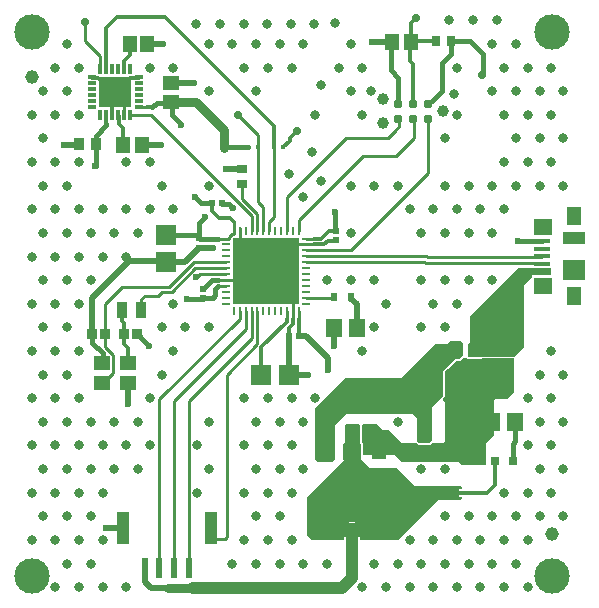
<source format=gbr>
%TF.GenerationSoftware,Altium Limited,Altium Designer,23.5.1 (21)*%
G04 Layer_Physical_Order=1*
G04 Layer_Color=255*
%FSLAX45Y45*%
%MOMM*%
%TF.SameCoordinates,5289BC4C-B9E5-40BB-BF73-25A575C0F3CC*%
%TF.FilePolarity,Positive*%
%TF.FileFunction,Copper,L1,Top,Signal*%
%TF.Part,Single*%
G01*
G75*
%TA.AperFunction,SMDPad,CuDef*%
%ADD10R,1.25000X1.25000*%
%ADD11R,3.18213X1.25000*%
%ADD12R,1.00000X2.80000*%
%ADD13R,0.60000X1.70000*%
%ADD14R,2.60000X0.75000*%
%ADD15R,0.86213X0.66370*%
%TA.AperFunction,ConnectorPad*%
%ADD16R,1.38000X0.45000*%
%ADD17R,1.55000X1.42500*%
%ADD18R,1.90000X1.00000*%
%ADD19R,1.90000X1.80000*%
%ADD20R,1.30000X1.65000*%
%TA.AperFunction,BGAPad,CuDef*%
%ADD21C,0.78700*%
%TA.AperFunction,SMDPad,CuDef*%
%ADD22R,0.75000X2.60000*%
%ADD23R,0.45000X0.45000*%
%ADD24R,0.52000X0.52000*%
%ADD25R,1.40000X1.20000*%
%ADD26R,0.93108X0.81213*%
%ADD27R,0.90000X1.35000*%
%ADD28R,2.70000X2.60000*%
%ADD29R,0.80000X0.35000*%
%ADD30R,0.35000X0.85000*%
%ADD31R,1.45620X1.30464*%
%ADD32R,5.60000X5.60000*%
%ADD33O,0.25000X0.80000*%
%ADD34O,0.80000X0.25000*%
%ADD35R,0.52000X0.52000*%
%ADD36R,1.75395X1.80620*%
%ADD37R,0.84000X0.93000*%
%ADD38R,1.80620X1.75395*%
%ADD39R,0.80000X0.80000*%
%ADD40R,1.35000X1.55000*%
%ADD41R,0.66370X0.86213*%
%ADD42R,0.60000X0.80000*%
%ADD43R,1.30464X1.45620*%
%ADD44R,0.95000X1.05000*%
%ADD45R,1.15000X1.35000*%
%TA.AperFunction,Conductor*%
%ADD46C,0.40000*%
%ADD47C,0.25000*%
%ADD48C,0.50000*%
%ADD49C,0.75000*%
%ADD50C,0.30000*%
%ADD51C,1.00000*%
%ADD52C,0.26017*%
%TA.AperFunction,ViaPad*%
%ADD53C,1.15200*%
%ADD54C,3.00000*%
%TA.AperFunction,ComponentPad*%
%ADD55C,0.99100*%
%TA.AperFunction,ViaPad*%
%ADD56C,0.80000*%
%ADD57C,0.60000*%
%ADD58C,0.70000*%
%ADD59C,0.50000*%
G36*
X12636000Y7807959D02*
Y7802500D01*
X12797056D01*
Y7744980D01*
X12794577Y7742500D01*
X12636000D01*
Y7731229D01*
X12565380Y7660609D01*
Y7134860D01*
X12486640Y7056120D01*
X12201362D01*
X12193718Y7048475D01*
X12102888D01*
X12094048Y7057314D01*
Y7057394D01*
X12091667Y7059776D01*
Y7060370D01*
X12091336Y7074544D01*
Y7161162D01*
X12090443Y7162055D01*
Y7166520D01*
X12105623Y7181700D01*
Y7399002D01*
X12514585Y7807965D01*
X12636000Y7807959D01*
D02*
G37*
G36*
X12048245Y7169226D02*
Y7065396D01*
X12015798Y7032949D01*
X11980106D01*
X11907100Y6959943D01*
X11905478D01*
X11882120Y6936585D01*
Y6725920D01*
X11788140Y6631940D01*
Y6347460D01*
X11762740Y6322060D01*
X11678920D01*
X11658600Y6342380D01*
Y6537960D01*
X11623040Y6573520D01*
X11059160D01*
Y6570980D01*
X10967367Y6479187D01*
Y6188298D01*
X10944642Y6165572D01*
X10819654D01*
X10800080Y6185146D01*
Y6616700D01*
X11056620Y6873240D01*
X11521440D01*
X11812560Y7164360D01*
X11916835D01*
X11936302Y7183827D01*
X12033644D01*
X12048245Y7169226D01*
D02*
G37*
G36*
X12082512Y7045970D02*
X12082568Y7045834D01*
X12091407Y7036995D01*
X12102888Y7032239D01*
X12193718D01*
X12205198Y7036995D01*
X12208088Y7039884D01*
X12478982D01*
Y6862353D01*
X12478073Y6860199D01*
Y6750376D01*
X12422084Y6694388D01*
X12320325D01*
X12315784Y6689847D01*
Y6391833D01*
X12240697Y6316746D01*
Y6142179D01*
X12043912D01*
X12018952Y6167139D01*
X11528177D01*
X11476142Y6219173D01*
X11205715D01*
Y6313948D01*
X11200960Y6325428D01*
X11195504Y6330884D01*
Y6471720D01*
X11194416Y6474346D01*
X11202961Y6482891D01*
X11320039D01*
X11321221Y6484074D01*
X11373256Y6432039D01*
X11419376D01*
X11526992Y6324424D01*
X11647341Y6323157D01*
X11648438Y6322060D01*
X11655959D01*
X11667439Y6310579D01*
X11678920Y6305824D01*
X11762740D01*
X11774221Y6310579D01*
X11785701Y6322060D01*
X11877042D01*
X11899510Y6344529D01*
Y6674989D01*
X11883155Y6691281D01*
X11883142Y6703981D01*
X11893601Y6714439D01*
X11898356Y6725920D01*
Y6929859D01*
X11915812Y6947315D01*
X11918581Y6948462D01*
X11986831Y7016713D01*
X12015798D01*
X12027279Y7021468D01*
X12052800Y7046990D01*
X12081492D01*
X12082512Y7045970D01*
D02*
G37*
G36*
X11179268Y6471720D02*
Y6324159D01*
X11189479Y6313948D01*
Y6183353D01*
X11264270Y6108563D01*
X11487273D01*
X11634456Y5961380D01*
X12029440D01*
X12042140Y5948680D01*
Y5932178D01*
X12009927D01*
X11998221Y5929850D01*
X11988298Y5923219D01*
X11981667Y5913296D01*
X11979339Y5901590D01*
X11981667Y5889885D01*
X11988298Y5879962D01*
X11998221Y5873331D01*
X12009927Y5871003D01*
X12042140D01*
Y5857240D01*
X12026900Y5842000D01*
Y5839460D01*
X11839460D01*
X11500511Y5500511D01*
X11175561D01*
Y5590500D01*
X11173327Y5607469D01*
X11166777Y5623281D01*
X11156358Y5636858D01*
X11142780Y5647277D01*
X11126968Y5653827D01*
X11110000Y5656061D01*
X11093031Y5653827D01*
X11077219Y5647277D01*
X11063642Y5636858D01*
X11053223Y5623281D01*
X11046673Y5607469D01*
X11044439Y5590500D01*
Y5500511D01*
X10869240D01*
X10868163Y5501587D01*
X10773025Y5500341D01*
X10726079Y5547287D01*
Y5641422D01*
Y5858441D01*
X11043920Y6176283D01*
X11035775Y6184428D01*
X11036312Y6184966D01*
Y6311798D01*
X11048673Y6324159D01*
X11047804Y6325028D01*
Y6470358D01*
X11062387Y6484941D01*
X11166047D01*
X11179268Y6471720D01*
D02*
G37*
D10*
X11339000Y6249500D02*
D03*
X11110000D02*
D03*
X10881000D02*
D03*
D11*
X11110000Y5590500D02*
D03*
D12*
X9168118Y5604252D02*
D03*
X9913118D02*
D03*
D13*
X9728118Y5269252D02*
D03*
X9603118D02*
D03*
X9478118D02*
D03*
X9353118D02*
D03*
D14*
X11890000Y5897500D02*
D03*
Y6202500D02*
D03*
D15*
X10180000Y8520000D02*
D03*
Y8645877D02*
D03*
D16*
X12720000Y8035000D02*
D03*
Y7970000D02*
D03*
Y7905000D02*
D03*
Y7840000D02*
D03*
Y7775000D02*
D03*
D17*
X12728500Y8153750D02*
D03*
Y7656250D02*
D03*
D18*
X12986000Y8060000D02*
D03*
D19*
Y7790000D02*
D03*
D20*
Y8242500D02*
D03*
Y7567500D02*
D03*
D21*
X11757000Y9197000D02*
D03*
Y9070000D02*
D03*
X11630000Y9197000D02*
D03*
Y9070000D02*
D03*
X11503000Y9197000D02*
D03*
Y9070000D02*
D03*
D22*
X11725969Y6479999D02*
D03*
X12030969D02*
D03*
D23*
X10231355Y8829606D02*
D03*
X10311356D02*
D03*
X10527125Y8831057D02*
D03*
X10447125D02*
D03*
D24*
X9850000Y7630000D02*
D03*
Y7550000D02*
D03*
X9818019Y7975680D02*
D03*
Y8055680D02*
D03*
X10660000Y7230000D02*
D03*
X10970000Y8120000D02*
D03*
Y8040000D02*
D03*
D25*
X8990000Y7000000D02*
D03*
Y6830000D02*
D03*
X9210000D02*
D03*
Y7000000D02*
D03*
D26*
X9180000Y7250000D02*
D03*
X9288105D02*
D03*
X9020000D02*
D03*
X8911895D02*
D03*
D27*
X9165000Y7450000D02*
D03*
X9320000D02*
D03*
D28*
X9105000Y9295000D02*
D03*
D29*
X9305000Y9170000D02*
D03*
Y9220000D02*
D03*
Y9270000D02*
D03*
Y9320000D02*
D03*
Y9370000D02*
D03*
Y9420000D02*
D03*
X8905000Y9170000D02*
D03*
Y9220000D02*
D03*
Y9270000D02*
D03*
Y9320000D02*
D03*
Y9370000D02*
D03*
Y9420000D02*
D03*
D30*
X9230000Y9492500D02*
D03*
X9180000D02*
D03*
X9130000D02*
D03*
X9080000D02*
D03*
X9030000D02*
D03*
X8980000D02*
D03*
X9230000Y9097500D02*
D03*
X9180000D02*
D03*
X9130000D02*
D03*
X9080000D02*
D03*
X9030000D02*
D03*
X8980000D02*
D03*
D31*
X9580000Y9370000D02*
D03*
Y9208844D02*
D03*
D32*
X10383642Y7780005D02*
D03*
D33*
X10108642Y8120005D02*
D03*
X10158642D02*
D03*
X10208642D02*
D03*
X10258642D02*
D03*
X10308642D02*
D03*
X10358642D02*
D03*
X10408642D02*
D03*
X10458642D02*
D03*
X10508642D02*
D03*
X10558642D02*
D03*
X10608642D02*
D03*
X10658642D02*
D03*
Y7440005D02*
D03*
X10608642D02*
D03*
X10558642D02*
D03*
X10508642D02*
D03*
X10458642D02*
D03*
X10408642D02*
D03*
X10358642D02*
D03*
X10308642D02*
D03*
X10258642D02*
D03*
X10208642D02*
D03*
X10158642D02*
D03*
X10108642D02*
D03*
D34*
X10723642Y8055005D02*
D03*
Y8005005D02*
D03*
Y7955005D02*
D03*
Y7905005D02*
D03*
Y7855005D02*
D03*
Y7805005D02*
D03*
Y7755005D02*
D03*
Y7705005D02*
D03*
Y7655005D02*
D03*
Y7605005D02*
D03*
Y7555005D02*
D03*
Y7505005D02*
D03*
X10043642D02*
D03*
Y7555005D02*
D03*
Y7605005D02*
D03*
Y7655005D02*
D03*
Y7705005D02*
D03*
Y7755005D02*
D03*
Y7805005D02*
D03*
Y7855005D02*
D03*
Y7905005D02*
D03*
Y7955005D02*
D03*
Y8005005D02*
D03*
Y8055005D02*
D03*
D35*
X10004935Y8353065D02*
D03*
X9924935D02*
D03*
X10580000Y7230000D02*
D03*
D36*
X12008469Y6840000D02*
D03*
X11773244D02*
D03*
X10342387Y6900000D02*
D03*
X10577612D02*
D03*
D37*
X12143877Y7108433D02*
D03*
X11984877D02*
D03*
D38*
X12390000Y6922387D02*
D03*
Y7157612D02*
D03*
X9536632Y8088571D02*
D03*
Y7853346D02*
D03*
D39*
X12318469Y6170000D02*
D03*
X12468469D02*
D03*
D40*
X12488469Y6500000D02*
D03*
X12293469D02*
D03*
X11150000Y7300000D02*
D03*
X10955000D02*
D03*
D41*
X11823700Y9728200D02*
D03*
X11949577D02*
D03*
D42*
X10955907Y7557661D02*
D03*
X11100907D02*
D03*
D43*
X11610734Y9718200D02*
D03*
X11449577D02*
D03*
X9170000Y8850000D02*
D03*
X9331156D02*
D03*
D44*
X8940800Y8851900D02*
D03*
X8795800D02*
D03*
D45*
X9375000Y9700000D02*
D03*
X9230000D02*
D03*
D46*
X9776397Y8405532D02*
X9781809D01*
X9834276Y8353065D01*
X9922265D01*
X9455972Y9206279D02*
X9581724D01*
X9590143D01*
X9581724D02*
Y9207119D01*
Y9103743D02*
Y9206279D01*
X8939017Y8672934D02*
Y8850117D01*
X8940800Y8851900D01*
X8937234Y8671151D02*
X8939017Y8672934D01*
X8939347Y8853353D02*
X8940800Y8851900D01*
X9581724Y9103743D02*
X9660111Y9025356D01*
X9580000Y9208844D02*
X9587578D01*
X9660111Y9019944D02*
Y9025356D01*
X10969004Y8120996D02*
Y8276169D01*
X9846939Y7546938D02*
X9850000Y7550000D01*
X9720273Y7546938D02*
X9846939D01*
X9715320Y7541985D02*
X9720273Y7546938D01*
X9709908Y7541985D02*
X9715320D01*
X9818019Y8055680D02*
Y8183696D01*
X9868353Y8234029D01*
Y8239441D01*
X9314659Y7223446D02*
X9385674Y7152431D01*
X9294052Y7250000D02*
X9314659Y7229393D01*
Y7223446D02*
Y7229393D01*
X9288105Y7250000D02*
X9294052D01*
X10904325Y6942958D02*
X10908152Y6939132D01*
X10036106Y8829606D02*
X10146394D01*
X12718978Y8036022D02*
X12720000Y8035000D01*
X12513930Y8036022D02*
X12718978D01*
X12512908Y8037044D02*
X12513930Y8036022D01*
X11440000Y9715500D02*
Y9760000D01*
Y9480000D02*
Y9715500D01*
X11446877D01*
X11449577Y9718200D01*
X10004935Y8353065D02*
X10010935Y8347065D01*
X10065786D01*
X10096230Y8316621D02*
X10101642D01*
X10065786Y8347065D02*
X10096230Y8316621D01*
X8939347Y8926630D02*
X9030535Y9017818D01*
X8939347Y8853353D02*
Y8926630D01*
X9030535Y9017818D02*
Y9028443D01*
X9416791Y9167098D02*
X9455972Y9206279D01*
X11949577Y9619577D02*
Y9728200D01*
X11875141Y9545141D02*
X11949577Y9619577D01*
X11949872Y9727905D02*
X12109712D01*
X12217540Y9620077D01*
X12214319Y9442271D02*
X12217540Y9445491D01*
Y9620077D01*
X10146394Y8829862D02*
X10231099D01*
X11501834Y9232079D02*
Y9418166D01*
X11440000Y9480000D02*
X11501834Y9418166D01*
X8911895Y7170594D02*
X8998602Y7083888D01*
X8911895Y7170594D02*
Y7250000D01*
X8998602Y7008602D02*
Y7083888D01*
X11875141Y9307414D02*
Y9545141D01*
X11785730Y9218004D02*
X11875141Y9307414D01*
X9953718Y7573431D02*
Y7630484D01*
X9974701Y7651467D01*
X9850000Y7630000D02*
X9926467Y7706467D01*
X9975569D01*
X9930287Y7550000D02*
X9953718Y7573431D01*
X9850000Y7550000D02*
X9930287D01*
X12470000Y6171531D02*
Y6320000D01*
X12488469Y6338469D01*
Y6500000D01*
X9818294Y8055405D02*
X9972623D01*
X9785128Y8088571D02*
X9818019Y8055680D01*
X9536632Y8088571D02*
X9785128D01*
D47*
X10097252Y8092505D02*
X10108642D01*
X10071142Y8055005D02*
Y8066396D01*
X9790000Y7730000D02*
X9799471D01*
X9824476Y7755005D02*
X10043642D01*
X9799471Y7730000D02*
X9824476Y7755005D01*
X9477500Y6694150D02*
X10158642Y7375292D01*
X9477500Y5265394D02*
Y6694150D01*
X9599299Y5269252D02*
Y6678368D01*
X10208642Y7287711D01*
X9727500Y6679930D02*
X10258642Y7211073D01*
X9727500Y5269252D02*
Y6679930D01*
X10034990Y5512500D02*
X10049635Y5527145D01*
Y6903497D02*
X10308642Y7162504D01*
X10158642Y7375292D02*
Y7440005D01*
X10049635Y5527145D02*
Y6903497D01*
X10208642Y7287711D02*
Y7440005D01*
X9163552Y7646541D02*
X9563127D01*
X9581985Y7606541D02*
X9780176Y7804732D01*
X9563127Y7646541D02*
X9771591Y7855005D01*
X9498263Y7606541D02*
X9581985D01*
X10108519Y8147629D02*
Y8195152D01*
X10108642Y8120129D02*
Y8147505D01*
X10108519Y8147629D02*
X10108642Y8147505D01*
Y8092505D02*
Y8120005D01*
X10016142Y8055005D02*
X10043242D01*
X10043642D02*
X10071142D01*
Y8066396D02*
X10097252Y8092505D01*
X10608642Y8005005D02*
X10723642D01*
X10603642Y8000005D02*
X10608642Y8005005D01*
X10723642Y7955005D02*
X11028741D01*
X11028933Y7954814D02*
X11100026D01*
X11756984Y8611772D01*
Y9038195D01*
X11028741Y7955005D02*
X11028933Y7954814D01*
X10142008Y9098908D02*
X10311356Y8929560D01*
X10308642Y7162504D02*
Y7440005D01*
X9912500Y5512500D02*
X10034990D01*
X9405474Y9097500D02*
X10258642Y8244331D01*
Y8120005D02*
Y8244331D01*
X9230000Y9097500D02*
X9405474D01*
X10180000Y8387732D02*
X10308642Y8259089D01*
Y8120005D02*
Y8259089D01*
X10180000Y8387732D02*
Y8520000D01*
X9306483Y9168517D02*
X9373629D01*
X10158642Y8005005D02*
Y8120005D01*
Y8005005D02*
X10163642Y8000005D01*
X10158296Y8147852D02*
X10158642Y8147505D01*
Y8120352D02*
Y8147505D01*
X10043642Y7705005D02*
X10128642D01*
X10163642Y7670005D01*
X10608642Y7440005D02*
Y7555005D01*
X10603642Y7560005D02*
X10608642Y7555005D01*
X10723642D02*
X10953251D01*
X10955907Y7557661D01*
X9160000Y9240000D02*
X9180000Y9220000D01*
Y9097500D02*
Y9220000D01*
X11198764Y8753862D02*
X11477869D01*
X11060000Y8910000D02*
X11410000D01*
X10558642Y8408642D02*
X11060000Y8910000D01*
X10658642Y8213740D02*
X11198764Y8753862D01*
X11477869D02*
X11630637Y8906630D01*
X11410000Y8910000D02*
X11470000Y8970000D01*
X10558642Y8120005D02*
Y8408642D01*
X10311356Y8829606D02*
Y8929560D01*
X9020000Y7502989D02*
X9163552Y7646541D01*
X8990000Y7000000D02*
X8998602Y7008602D01*
X9020000Y7138891D02*
Y7250000D01*
Y7138891D02*
X9087500Y7071391D01*
Y6917500D02*
Y7071391D01*
X9000000Y6830000D02*
X9087500Y6917500D01*
X8990000Y6830000D02*
X9000000D01*
X9020000Y7250000D02*
Y7502989D01*
X11630637Y8906630D02*
Y9030922D01*
X8850000Y9730000D02*
Y9890000D01*
X8980000Y9492500D02*
Y9600000D01*
X8850000Y9730000D02*
X8980000Y9600000D01*
X10446559Y8237327D02*
Y8830491D01*
X10311356Y8365192D02*
Y8829606D01*
Y8365192D02*
X10357758Y8318790D01*
Y8148389D02*
Y8318790D01*
X10408642Y8199411D02*
X10446559Y8237327D01*
X10408642Y8120005D02*
Y8199411D01*
X10357758Y8148389D02*
X10358642Y8147505D01*
Y8120005D02*
Y8147505D01*
X11505359Y9005359D02*
Y9041090D01*
X11470000Y8970000D02*
X11505359Y9005359D01*
X11470000Y8970000D02*
Y8970000D01*
X10658642Y8120005D02*
Y8213740D01*
X10258642Y7211073D02*
Y7440005D01*
X9977030Y7705005D02*
X10043342D01*
X9975569Y7706467D02*
X9977030Y7705005D01*
X9978240Y7655005D02*
X10043141D01*
X9974701Y7651467D02*
X9978240Y7655005D01*
X9780176Y7804732D02*
X9896454D01*
X9896727Y7805005D01*
X9464327Y7572605D02*
X9498263Y7606541D01*
X9324870Y7540355D02*
X9357120Y7572605D01*
X9320000Y7450000D02*
X9324870Y7454870D01*
Y7540355D01*
X9357120Y7572605D02*
X9464327D01*
X9771591Y7855005D02*
X10043642D01*
X9896727Y7805005D02*
X10043642D01*
X10723682Y8005005D02*
X10751142D01*
X10751182Y8005045D01*
X10787676D01*
X10723642Y8055005D02*
X10786209D01*
X10558273Y7412136D02*
X10558642Y7412505D01*
Y7439636D01*
X10558273Y7373596D02*
Y7412136D01*
X10608642Y7412505D02*
Y7439782D01*
X10658642Y7412505D02*
X10658778Y7412370D01*
X10608642Y7412505D02*
X10608866Y7412282D01*
Y7378062D02*
Y7412282D01*
X10658778Y7379197D02*
Y7412370D01*
X10658642Y7412505D02*
Y7439870D01*
X10015742Y8055405D02*
X10016142Y8055005D01*
X9972623Y8055405D02*
X10015742D01*
D48*
X9331977Y8849179D02*
X9494795D01*
X9495615Y8848359D01*
X9331156Y8850000D02*
X9331977Y8849179D01*
X9818118Y7975778D02*
X9819019Y7976680D01*
X9933596D02*
X9935167Y7978251D01*
X9818118Y7975581D02*
Y7975778D01*
X9819019Y7976680D02*
X9933596D01*
X9212250Y6660230D02*
X9214163Y6658316D01*
X9212250Y6660230D02*
Y6826318D01*
X9212966Y6827034D01*
X9221843Y7862364D02*
X9527614D01*
X8911895Y7552416D02*
X9221843Y7862364D01*
X8794291Y8850390D02*
X8795800Y8851900D01*
X8668811Y8848881D02*
X8670320Y8850390D01*
X8794291D01*
X9035958Y5604252D02*
X9168118D01*
X9032406Y5600700D02*
X9035958Y5604252D01*
X9029700Y5600700D02*
X9032406D01*
X9354263Y5149332D02*
X9407870Y5095725D01*
X9551735D01*
X9353118Y5269252D02*
X9354263Y5268107D01*
Y5149332D02*
Y5268107D01*
X10660000Y7230000D02*
X10718390D01*
X10904325Y7044065D01*
Y6945665D02*
Y7044065D01*
X11277600Y9715500D02*
X11440000D01*
X9580000Y9370000D02*
X9580519Y9369481D01*
X9767009D01*
X9767528Y9368961D01*
X9375000Y9700000D02*
X9376400Y9701400D01*
X9510900D01*
X9512300Y9702800D01*
X10955000Y7300000D02*
X10955113Y7299887D01*
Y7146001D02*
Y7299887D01*
Y7146001D02*
X10955226Y7145888D01*
X10576827Y6898639D02*
X10577904Y6899716D01*
X10740699D01*
X10178750Y8644628D02*
X10180000Y8645877D01*
X10042779Y8644628D02*
X10178750D01*
X10041529Y8643378D02*
X10042779Y8644628D01*
X10576540Y6898927D02*
X10576827Y6898639D01*
X10580000Y6902388D02*
Y7230000D01*
X9527614Y7862364D02*
X9536632Y7853346D01*
X8911895Y7250000D02*
Y7552416D01*
X9536632Y7853346D02*
X9695686D01*
X9818019Y7975680D01*
X11150000Y7300000D02*
Y7498568D01*
X11100907Y7547661D02*
X11150000Y7498568D01*
X11100907Y7547661D02*
Y7557661D01*
X12468469Y6170000D02*
X12470000Y6171531D01*
D49*
X9583960Y9212804D02*
X9789130D01*
X9553335Y5097325D02*
X9759556D01*
X9789130Y9212804D02*
X10028958Y8972975D01*
Y8825462D02*
Y8972975D01*
D50*
X10969004Y8120996D02*
X10970000Y8120000D01*
X10968009Y8277165D02*
X10969004Y8276169D01*
X9984122Y8229231D02*
X10074440D01*
X10108519Y8195152D01*
X10342387Y7136145D02*
X10558273Y7352031D01*
X10342387Y6900000D02*
Y7136145D01*
X9030535Y9028443D02*
Y9096965D01*
X9375049Y9167098D02*
X9416791D01*
X9924935Y8288418D02*
X9984122Y8229231D01*
X9924935Y8288418D02*
Y8353065D01*
X9050000Y9240000D02*
X9080000Y9210000D01*
X9302500Y9417500D02*
X9305000Y9420000D01*
X9232500Y9417500D02*
X9302500D01*
X9165000Y9350000D02*
X9232500Y9417500D01*
X9160000Y9350000D02*
X9165000D01*
X8905000Y9420000D02*
X8907500Y9417500D01*
X8957426D01*
X8964926Y9410000D01*
X8990000D01*
X9050000Y9350000D01*
X9080000Y9097500D02*
Y9210000D01*
X11600000Y9560000D02*
Y9758844D01*
X11608635Y9883889D02*
X11647411Y9922665D01*
X11608635Y9720299D02*
Y9883889D01*
Y9720299D02*
X11610734Y9718200D01*
X11620734Y9728200D02*
X11823700D01*
X11612649Y9720115D02*
X11620734Y9728200D01*
X11609577Y9717044D02*
X11610734Y9718200D01*
X10527125Y8831057D02*
X10580810Y8884742D01*
Y8904410D01*
X10640060Y8963660D01*
X12254130Y5901590D02*
X12318469Y5965929D01*
X12009927Y5901590D02*
X12254130D01*
X12318469Y5965929D02*
Y6170000D01*
X11630000Y9228478D02*
Y9530000D01*
X9522661Y9930000D02*
X10447125Y9005536D01*
Y8831057D02*
Y9005536D01*
X9121224Y9930000D02*
X9522661D01*
X9182552Y7162117D02*
Y7250000D01*
Y7162117D02*
X9216388Y7128281D01*
Y7006388D02*
Y7128281D01*
X9210000Y7000000D02*
X9216388Y7006388D01*
X9180000Y7250000D02*
Y7337488D01*
X9162414Y7355074D02*
X9180000Y7337488D01*
X9162414Y7355074D02*
Y7447414D01*
X9165000Y7450000D01*
X11600000Y9560000D02*
X11630000Y9530000D01*
X9576949Y9366949D02*
X9580000Y9370000D01*
X9132500Y9028934D02*
X9170000Y8991434D01*
X9132500Y9028934D02*
Y9095000D01*
X9170000Y8850000D02*
Y8991434D01*
X9130000Y9097500D02*
X9132500Y9095000D01*
X9180000Y9097500D02*
X9182500Y9095000D01*
X9030000Y9838776D02*
X9121224Y9930000D01*
X9030000Y9492500D02*
Y9838776D01*
X9179784Y9492716D02*
X9180000Y9492500D01*
X9179784Y9556356D02*
X9228502Y9605074D01*
X9179784Y9492716D02*
Y9556356D01*
X9228502Y9605074D02*
Y9698502D01*
X9230000Y9700000D01*
X10875045Y8005045D02*
X10908719Y8038719D01*
X10787676Y8005045D02*
X10875045D01*
X10786538Y8054676D02*
X10847296D01*
X10912620Y8120000D01*
X10970000D01*
X10908719Y8038719D02*
X10968719D01*
X10558273Y7352031D02*
Y7373596D01*
X10608866Y7329865D02*
Y7378062D01*
X10580000Y7230000D02*
Y7301000D01*
X10658778Y7231222D02*
Y7376395D01*
X10580000Y7301000D02*
X10608866Y7329865D01*
D51*
X11025317Y5100317D02*
X11110000Y5185000D01*
X9762548Y5100317D02*
X11025317D01*
X11110000Y5185000D02*
Y5590500D01*
D52*
X11749451Y7895669D02*
X12710669D01*
X12720000Y7905000D01*
X12710668Y7849332D02*
X12720000Y7840000D01*
X11740040Y7905079D02*
X11749451Y7895669D01*
X11724788Y7854802D02*
X11730258Y7849332D01*
X12710668D01*
X10723846Y7854802D02*
X11724788D01*
X10723642Y7905005D02*
X10723716Y7905079D01*
X11740040D01*
X10723642Y7855005D02*
X10723846Y7854802D01*
D53*
X12800000Y5550000D02*
D03*
X8400000Y9425000D02*
D03*
D54*
Y5200000D02*
D03*
Y9800000D02*
D03*
X12800000D02*
D03*
Y5200000D02*
D03*
D55*
X11884000Y9133500D02*
D03*
X11376000Y9031900D02*
D03*
Y9235100D02*
D03*
D56*
X11971730Y9281201D02*
D03*
X10770295Y8785651D02*
D03*
X10574552Y8602296D02*
D03*
X10849584Y8545307D02*
D03*
X10691006Y8404076D02*
D03*
X10965606Y9876418D02*
D03*
X11934005Y9906859D02*
D03*
X12134005D02*
D03*
X12334005D02*
D03*
X10850548Y9354921D02*
D03*
X10789084Y9874126D02*
D03*
X9791758Y9874650D02*
D03*
X9991758D02*
D03*
X10191758D02*
D03*
X10391758D02*
D03*
X10591758D02*
D03*
X11268446Y9307912D02*
D03*
X12797361Y9503186D02*
D03*
X12897362Y9303186D02*
D03*
X12797361Y9103186D02*
D03*
X12897362Y8903186D02*
D03*
X12797361Y8703186D02*
D03*
X12897362Y8503186D02*
D03*
X12797361Y7103185D02*
D03*
X12897362Y6903185D02*
D03*
X12797361Y6703185D02*
D03*
X12897362Y6503185D02*
D03*
X12797361Y6303185D02*
D03*
X12897362Y6103185D02*
D03*
X12797361Y5903185D02*
D03*
X12897362Y5703184D02*
D03*
X12597361Y9503186D02*
D03*
X12697361Y9303186D02*
D03*
X12597361Y9103186D02*
D03*
X12697361Y8903186D02*
D03*
X12597361Y8703186D02*
D03*
X12697361Y8503186D02*
D03*
Y6903185D02*
D03*
X12597361Y6703185D02*
D03*
X12697361Y6503185D02*
D03*
X12597361Y6303185D02*
D03*
X12697361Y6103185D02*
D03*
X12597361Y5903185D02*
D03*
X12697361Y5703184D02*
D03*
X12597361Y5503184D02*
D03*
Y5103184D02*
D03*
X12497361Y9703187D02*
D03*
X12397361Y9503186D02*
D03*
X12497361Y9303186D02*
D03*
X12397361Y9103186D02*
D03*
X12497361Y8903186D02*
D03*
X12397361Y8703186D02*
D03*
X12497361Y8503186D02*
D03*
X12397361Y8303186D02*
D03*
Y5903185D02*
D03*
X12497361Y5703184D02*
D03*
X12397361Y5503184D02*
D03*
X12497361Y5303184D02*
D03*
X12397361Y5103184D02*
D03*
X12297361Y9703187D02*
D03*
Y9303186D02*
D03*
Y8503186D02*
D03*
X12197361Y8303186D02*
D03*
X12297361Y8103186D02*
D03*
Y7703186D02*
D03*
Y5703184D02*
D03*
X12197361Y5503184D02*
D03*
X12297361Y5303184D02*
D03*
X12197361Y5103184D02*
D03*
X11997361Y9503186D02*
D03*
Y9103186D02*
D03*
X12097361Y8503186D02*
D03*
X11997361Y8303186D02*
D03*
X12097361Y8103186D02*
D03*
Y7703186D02*
D03*
X11997361Y7503185D02*
D03*
X12097361Y5703184D02*
D03*
X11997361Y5503184D02*
D03*
X12097361Y5303184D02*
D03*
X11997361Y5103184D02*
D03*
X11897361Y8903186D02*
D03*
Y8503186D02*
D03*
X11797360Y8303186D02*
D03*
X11897361Y8103186D02*
D03*
Y7703186D02*
D03*
X11797360Y7503185D02*
D03*
X11897361Y7303185D02*
D03*
Y6103185D02*
D03*
Y5703184D02*
D03*
X11797360Y5503184D02*
D03*
X11897361Y5303184D02*
D03*
X11797360Y5103184D02*
D03*
X11597360Y8303186D02*
D03*
X11697360Y8103186D02*
D03*
Y7703186D02*
D03*
Y7303185D02*
D03*
Y6103185D02*
D03*
X11597360Y5503184D02*
D03*
X11697360Y5303184D02*
D03*
X11597360Y5103184D02*
D03*
X11497360Y8503186D02*
D03*
X11397360Y7503185D02*
D03*
X11497360Y6503185D02*
D03*
Y5303184D02*
D03*
X11397360Y5103184D02*
D03*
X11197360Y9503186D02*
D03*
Y9103186D02*
D03*
X11297360Y8503186D02*
D03*
Y7703186D02*
D03*
Y7303185D02*
D03*
X11197360Y7103185D02*
D03*
X11297360Y5303184D02*
D03*
X11197360Y5103184D02*
D03*
X11097360Y9703187D02*
D03*
X10997360Y9503186D02*
D03*
X11097360Y9303186D02*
D03*
Y8503186D02*
D03*
Y8103186D02*
D03*
Y7703186D02*
D03*
X10797360Y9103186D02*
D03*
X10897360Y7703186D02*
D03*
X10797360Y6703185D02*
D03*
X10897360Y5303184D02*
D03*
X10697360Y9703187D02*
D03*
X10597360Y9503186D02*
D03*
Y6703185D02*
D03*
X10697360Y6503185D02*
D03*
X10597360Y6303185D02*
D03*
X10697360Y6103185D02*
D03*
X10597360Y5903185D02*
D03*
Y5503184D02*
D03*
X10697360Y5303184D02*
D03*
X10497360Y9703187D02*
D03*
X10397360Y9503186D02*
D03*
Y6703185D02*
D03*
X10497360Y6503185D02*
D03*
X10397360Y6303185D02*
D03*
X10497360Y6103185D02*
D03*
X10397360Y5903185D02*
D03*
X10497360Y5703184D02*
D03*
X10397360Y5503184D02*
D03*
X10497360Y5303184D02*
D03*
X10297360Y9703187D02*
D03*
X10197360Y9503186D02*
D03*
X10297360Y9303186D02*
D03*
X10197360Y6703185D02*
D03*
X10297360Y6503185D02*
D03*
X10197360Y6303185D02*
D03*
X10297360Y6103185D02*
D03*
X10197360Y5903185D02*
D03*
X10297360Y5703184D02*
D03*
X10197360Y5503184D02*
D03*
X10297360Y5303184D02*
D03*
X10097360Y9703187D02*
D03*
Y5303184D02*
D03*
X9897359Y9703187D02*
D03*
Y9303186D02*
D03*
Y8503186D02*
D03*
Y7303185D02*
D03*
Y6503185D02*
D03*
X9797359Y6303185D02*
D03*
X9897359Y6103185D02*
D03*
X9797359Y5903185D02*
D03*
X9597359Y9503186D02*
D03*
Y8303186D02*
D03*
Y7503185D02*
D03*
X9697359Y7303185D02*
D03*
X9597359Y7103185D02*
D03*
X9397359Y9503186D02*
D03*
Y8703186D02*
D03*
X9497359Y8503186D02*
D03*
X9397359Y8303186D02*
D03*
X9497359Y7303185D02*
D03*
Y6903185D02*
D03*
X9397359Y6703185D02*
D03*
Y6303185D02*
D03*
X9197359Y8703186D02*
D03*
Y8303186D02*
D03*
X9297359Y8103186D02*
D03*
X9197359Y7903186D02*
D03*
X9297359Y6503185D02*
D03*
X9197359Y6303185D02*
D03*
X9297359Y6103185D02*
D03*
X9197359Y5103184D02*
D03*
X8997359Y8303186D02*
D03*
X9097359Y8103186D02*
D03*
X8997359Y7903186D02*
D03*
X9097359Y6503185D02*
D03*
X8997359Y6303185D02*
D03*
X9097359Y6103185D02*
D03*
X8997359Y5903185D02*
D03*
Y5503184D02*
D03*
Y5103184D02*
D03*
X8797359Y9503186D02*
D03*
Y9103186D02*
D03*
Y8703186D02*
D03*
Y8303186D02*
D03*
X8897359Y8103186D02*
D03*
X8797359Y7903186D02*
D03*
X8897359Y7703186D02*
D03*
X8797359Y7503185D02*
D03*
Y7103185D02*
D03*
Y6703185D02*
D03*
X8897359Y6503185D02*
D03*
X8797359Y6303185D02*
D03*
X8897359Y6103185D02*
D03*
X8797359Y5903185D02*
D03*
X8897359Y5703184D02*
D03*
X8797359Y5503184D02*
D03*
X8897359Y5303184D02*
D03*
X8797359Y5103184D02*
D03*
X8697359Y9703187D02*
D03*
X8597359Y9503186D02*
D03*
X8697359Y9303186D02*
D03*
X8597359Y9103186D02*
D03*
Y8703186D02*
D03*
X8697359Y8503186D02*
D03*
X8597359Y8303186D02*
D03*
X8697359Y8103186D02*
D03*
X8597359Y7903186D02*
D03*
X8697359Y7703186D02*
D03*
X8597359Y7503185D02*
D03*
X8697359Y7303185D02*
D03*
X8597359Y7103185D02*
D03*
X8697359Y6903185D02*
D03*
X8597359Y6703185D02*
D03*
X8697359Y6503185D02*
D03*
X8597359Y6303185D02*
D03*
X8697359Y6103185D02*
D03*
X8597359Y5903185D02*
D03*
X8697359Y5703184D02*
D03*
X8597359Y5503184D02*
D03*
X8697359Y5303184D02*
D03*
X8597359Y5103184D02*
D03*
X8497359Y9303186D02*
D03*
X8397359Y9103186D02*
D03*
X8497359Y8903186D02*
D03*
X8397359Y8703186D02*
D03*
X8497359Y8503186D02*
D03*
X8397359Y8303186D02*
D03*
X8497359Y8103186D02*
D03*
X8397359Y7903186D02*
D03*
X8497359Y7703186D02*
D03*
X8397359Y7503185D02*
D03*
X8497359Y7303185D02*
D03*
X8397359Y7103185D02*
D03*
X8497359Y6903185D02*
D03*
X8397359Y6703185D02*
D03*
X8497359Y6503185D02*
D03*
X8397359Y6303185D02*
D03*
X8497359Y6103185D02*
D03*
X8397359Y5903185D02*
D03*
X8497359Y5703184D02*
D03*
X8397359Y5503184D02*
D03*
D57*
X12151915Y6217468D02*
D03*
X9776397Y8405532D02*
D03*
X9495615Y8848359D02*
D03*
X8937234Y8671151D02*
D03*
X11110750Y6423305D02*
D03*
X10908152Y6939132D02*
D03*
X9660111Y9019944D02*
D03*
X11337864Y6380616D02*
D03*
X9935167Y7978251D02*
D03*
X10968009Y8277165D02*
D03*
X9868353Y8239441D02*
D03*
X9709908Y7541985D02*
D03*
X9790000Y7730000D02*
D03*
X9214163Y6658316D02*
D03*
X9393198Y7141804D02*
D03*
X8668811Y8848881D02*
D03*
X9029700Y5600700D02*
D03*
X12192000Y6832600D02*
D03*
X12136892Y6373467D02*
D03*
X12512908Y8037044D02*
D03*
X11277600Y9715500D02*
D03*
X9512300Y9702800D02*
D03*
X9767528Y9368961D02*
D03*
X10955226Y7145888D02*
D03*
X10740699Y6899716D02*
D03*
X10101642Y8316621D02*
D03*
X10041529Y8643378D02*
D03*
X12389794Y6737657D02*
D03*
X12137757Y6588375D02*
D03*
D58*
X10142008Y9098908D02*
D03*
X11648800Y9923101D02*
D03*
X12214319Y9442271D02*
D03*
X10640060Y8963660D02*
D03*
X10030460Y8823960D02*
D03*
X8850000Y9890000D02*
D03*
D59*
X9050000Y9350000D02*
D03*
X9160000D02*
D03*
Y9240000D02*
D03*
X9050000D02*
D03*
X10603642Y7560005D02*
D03*
X10493642D02*
D03*
X10383642D02*
D03*
X10273642D02*
D03*
X10163642D02*
D03*
X10603642Y7670005D02*
D03*
X10493642D02*
D03*
X10383642D02*
D03*
X10273642D02*
D03*
X10163642D02*
D03*
X10603642Y7780005D02*
D03*
X10493642D02*
D03*
X10383642D02*
D03*
X10273642D02*
D03*
X10163642D02*
D03*
X10603642Y7890005D02*
D03*
X10493642D02*
D03*
X10383642D02*
D03*
X10273642D02*
D03*
X10163642D02*
D03*
X10603642Y8000005D02*
D03*
X10493642D02*
D03*
X10383642D02*
D03*
X10273642D02*
D03*
X10163642D02*
D03*
%TF.MD5,2a481e03c27f455143f1e12a0347cdeb*%
M02*

</source>
